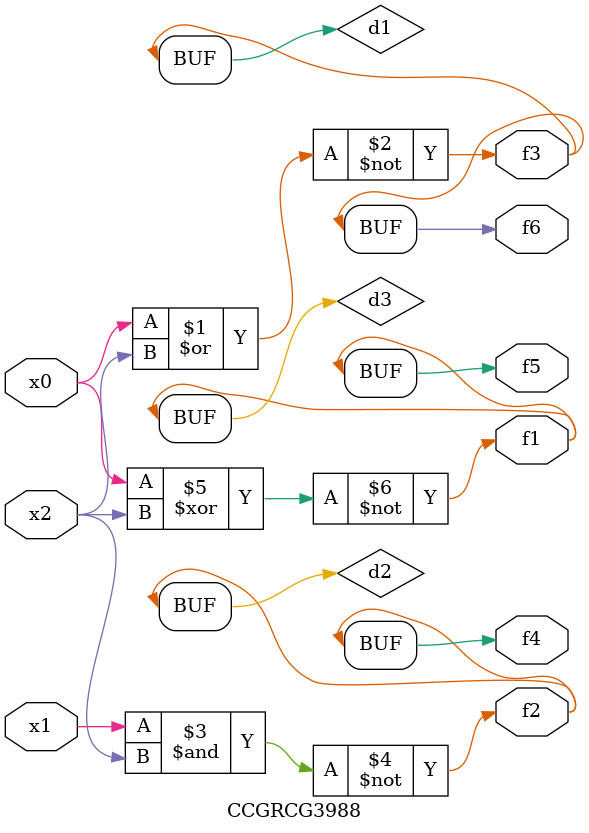
<source format=v>
module CCGRCG3988(
	input x0, x1, x2,
	output f1, f2, f3, f4, f5, f6
);

	wire d1, d2, d3;

	nor (d1, x0, x2);
	nand (d2, x1, x2);
	xnor (d3, x0, x2);
	assign f1 = d3;
	assign f2 = d2;
	assign f3 = d1;
	assign f4 = d2;
	assign f5 = d3;
	assign f6 = d1;
endmodule

</source>
